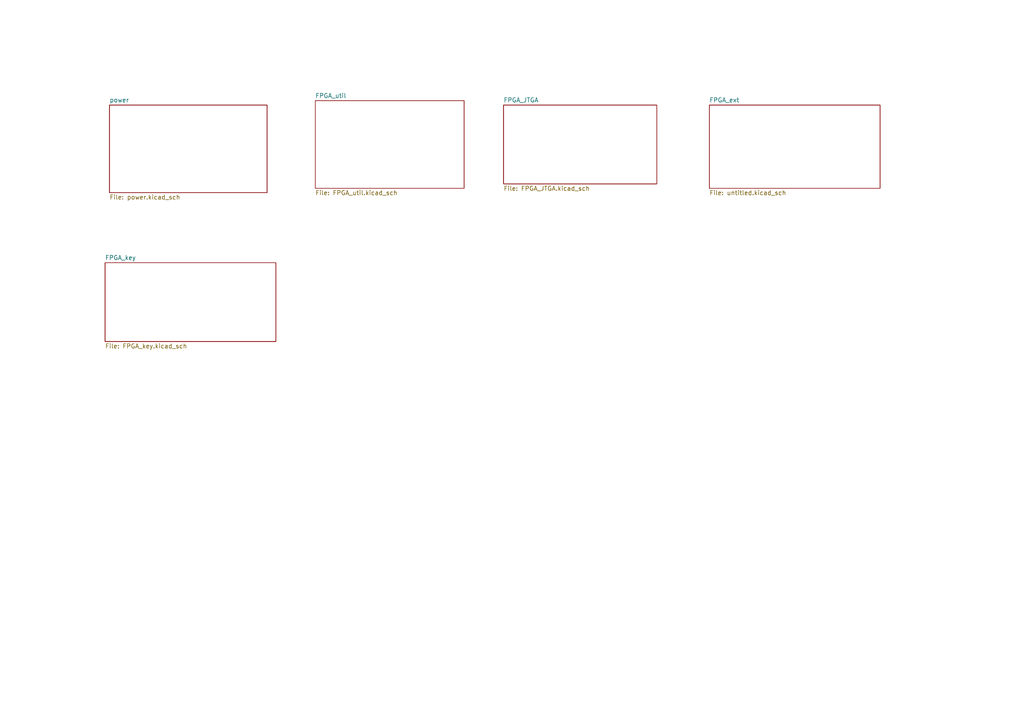
<source format=kicad_sch>
(kicad_sch (version 20230121) (generator eeschema)
  (paper "A4")
  (title_block (title "Alarm_FPGA ") (date "2023-07-12") (rev "v0.3") (company "Hochschule Hamm-Lippstadt") (comment 1 "Ajay Paul"))
  (lib_symbols)
  (sheet (at 30.48 76.2) (size 49.53 22.86) (stroke (width 0.1524))
    (property "Sheetname" "FPGA_key" (at 30.48 75.4884 0) (effects (justify left bottom)))
    (property "Sheetfile" "FPGA_key.kicad_sch" (at 30.48 99.6446 0) (effects (justify left top)))
  )
  (sheet (at 31.75 30.48) (size 45.72 25.4) (stroke (width 0.1524))
    (property "Sheetname" "power" (at 31.75 29.7684 0) (effects (justify left bottom)))
    (property "Sheetfile" "power.kicad_sch" (at 31.75 56.4646 0) (effects (justify left top)))
  )
  (sheet (at 205.74 30.48) (size 49.53 24.13) (stroke (width 0.1524))
    (property "Sheetname" "FPGA_ext" (at 205.74 29.7684 0) (effects (justify left bottom)))
    (property "Sheetfile" "untitled.kicad_sch" (at 205.74 55.1946 0) (effects (justify left top)))
  )
  (sheet (at 146.05 30.48) (size 44.45 22.86) (stroke (width 0.1524))
    (property "Sheetname" "FPGA_JTGA" (at 146.05 29.7684 0) (effects (justify left bottom)))
    (property "Sheetfile" "FPGA_JTGA.kicad_sch" (at 146.05 53.9246 0) (effects (justify left top)))
  )
  (sheet (at 91.44 29.21) (size 43.18 25.4) (stroke (width 0.1524))
    (property "Sheetname" "FPGA_util" (at 91.44 28.4984 0) (effects (justify left bottom)))
    (property "Sheetfile" "FPGA_util.kicad_sch" (at 91.44 55.1946 0) (effects (justify left top)))
  )
)
</source>
